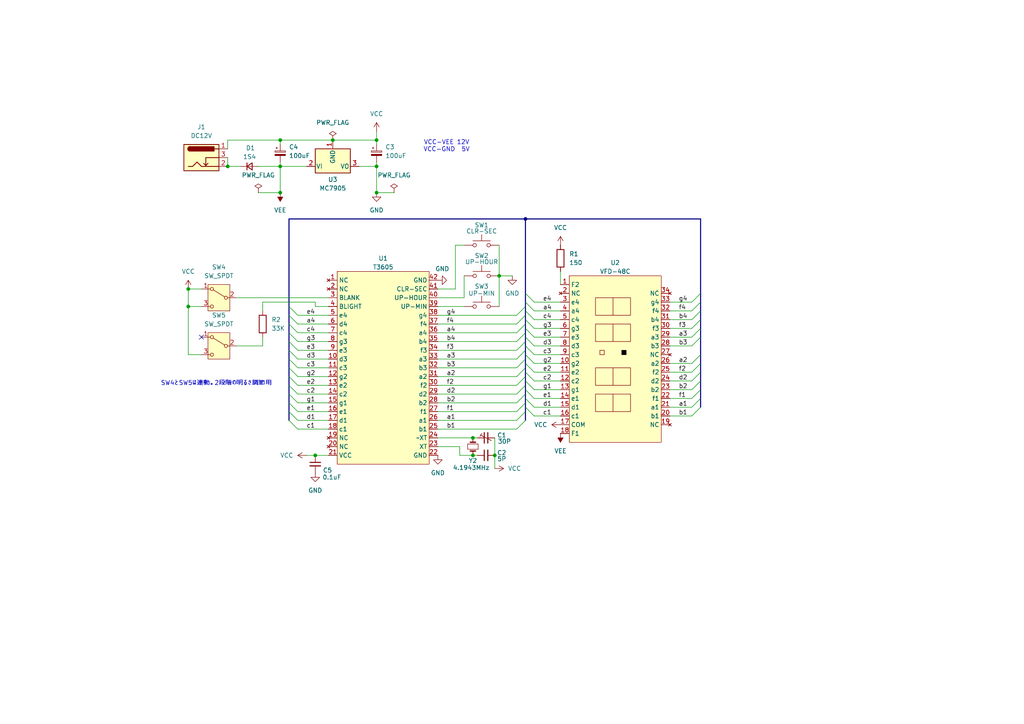
<source format=kicad_sch>
(kicad_sch (version 20231120) (generator "eeschema") (generator_version "8.0")
  (paper "A4")
  (title_block (title "VFD Clock") (date "2025-01-22") (rev "1.1") (company "kanpapa.com"))
  (lib_symbols
    (symbol "ClockLibrary:T3605"
      (property "Reference" "U" (at 0 30.48 0))
      (symbol "T3605_1_0"
        (pin no_connect line (at -15.24 25.4 0) (length 2.54) (name "NC") (number "1"))
        (pin output line (at -15.24 2.54 0) (length 2.54) (name "d3") (number "10"))
        (pin output line (at -15.24 0 0) (length 2.54) (name "c3") (number "11"))
        (pin output line (at -15.24 -2.54 0) (length 2.54) (name "g2") (number "12"))
        (pin output line (at -15.24 -5.08 0) (length 2.54) (name "e2") (number "13"))
        (pin output line (at -15.24 -7.62 0) (length 2.54) (name "c2") (number "14"))
        (pin output line (at -15.24 -10.16 0) (length 2.54) (name "g1") (number "15"))
        (pin output line (at -15.24 -12.7 0) (length 2.54) (name "e1") (number "16"))
        (pin output line (at -15.24 -15.24 0) (length 2.54) (name "d1") (number "17"))
        (pin output line (at -15.24 -17.78 0) (length 2.54) (name "c1") (number "18"))
        (pin no_connect line (at -15.24 -20.32 0) (length 2.54) (name "NC") (number "19"))
        (pin no_connect line (at -15.24 22.86 0) (length 2.54) (name "NC") (number "2"))
        (pin no_connect line (at -15.24 -22.86 0) (length 2.54) (name "NC") (number "20"))
        (pin power_in line (at -15.24 -25.4 0) (length 2.54) (name "VCC") (number "21"))
        (pin power_in line (at 16.51 -25.4 180) (length 2.54) (name "GND") (number "22"))
        (pin passive line (at 16.51 -22.86 180) (length 2.54) (name "XT") (number "23"))
        (pin passive line (at 16.51 -20.32 180) (length 2.54) (name "~XT") (number "24"))
        (pin output line (at 16.51 -17.78 180) (length 2.54) (name "b1") (number "25"))
        (pin output line (at 16.51 -15.24 180) (length 2.54) (name "a1") (number "26"))
        (pin output line (at 16.51 -12.7 180) (length 2.54) (name "f1") (number "27"))
        (pin output line (at 16.51 -10.16 180) (length 2.54) (name "b2") (number "28"))
        (pin output line (at 16.51 -7.62 180) (length 2.54) (name "d2") (number "29"))
        (pin input line (at -15.24 20.32 0) (length 2.54) (name "BLANK") (number "3"))
        (pin output line (at 16.51 -5.08 180) (length 2.54) (name "f2") (number "30"))
        (pin output line (at 16.51 -2.54 180) (length 2.54) (name "a2") (number "31"))
        (pin output line (at 16.51 0 180) (length 2.54) (name "b3") (number "32"))
        (pin output line (at 16.51 2.54 180) (length 2.54) (name "a3") (number "33"))
        (pin output line (at 16.51 5.08 180) (length 2.54) (name "f3") (number "34"))
        (pin output line (at 16.51 7.62 180) (length 2.54) (name "b4") (number "35"))
        (pin output line (at 16.51 10.16 180) (length 2.54) (name "a4") (number "36"))
        (pin output line (at 16.51 12.7 180) (length 2.54) (name "f4") (number "37"))
        (pin output line (at 16.51 15.24 180) (length 2.54) (name "g4") (number "38"))
        (pin input line (at 16.51 17.78 180) (length 2.54) (name "UP-MIN") (number "39"))
        (pin input line (at -15.24 17.78 0) (length 2.54) (name "BLIGHT") (number "4"))
        (pin input line (at 16.51 20.32 180) (length 2.54) (name "UP-HOUR") (number "40"))
        (pin input line (at 16.51 22.86 180) (length 2.54) (name "CLR-SEC") (number "41"))
        (pin power_in line (at 16.51 25.4 180) (length 2.54) (name "GND") (number "42"))
        (pin output line (at -15.24 15.24 0) (length 2.54) (name "e4") (number "5"))
        (pin output line (at -15.24 12.7 0) (length 2.54) (name "d4") (number "6"))
        (pin output line (at -15.24 10.16 0) (length 2.54) (name "c4") (number "7"))
        (pin output line (at -15.24 7.62 0) (length 2.54) (name "g3") (number "8"))
        (pin output line (at -15.24 5.08 0) (length 2.54) (name "e3") (number "9"))
      )
      (symbol "T3605_1_1"
        (rectangle (start -12.7 27.94) (end 13.97 -27.94) (fill (type background)))
      )
    )
    (symbol "ClockLibrary:VFD-48C"
      (property "Reference" "U" (at 0 25.4 0))
      (symbol "VFD-48C_0_0"
        (pin input line (at 16.51 -17.78 180) (length 2.54) (name "b1") (number "20"))
        (pin input line (at 16.51 -15.24 180) (length 2.54) (name "a1") (number "21"))
        (pin input line (at 16.51 -12.7 180) (length 2.54) (name "f1") (number "22"))
        (pin input line (at 16.51 -10.16 180) (length 2.54) (name "b2") (number "23"))
        (pin input line (at 16.51 -7.62 180) (length 2.54) (name "d2") (number "24"))
        (pin input line (at 16.51 -2.54 180) (length 2.54) (name "a2") (number "26"))
      )
      (symbol "VFD-48C_0_1"
        (polyline (pts (xy -3.81 1.27) (xy -2.54 1.27) (xy -2.54 0) (xy -3.81 0) (xy -3.81 1.27)) (fill (type color) (color 0 0 0 1)))
        (polyline (pts (xy 5.08 -11.43) (xy 5.08 -16.51) (xy -5.08 -16.51) (xy -5.08 -11.43) (xy 5.08 -11.43) (xy 0 -11.43) (xy 0 -16.51)))
        (polyline (pts (xy 5.08 -3.81) (xy 5.08 -8.89) (xy -5.08 -8.89) (xy -5.08 -3.81) (xy 5.08 -3.81) (xy 0 -3.81) (xy 0 -8.89)))
        (polyline (pts (xy 5.08 8.89) (xy 5.08 3.81) (xy -5.08 3.81) (xy -5.08 8.89) (xy 5.08 8.89) (xy 0 8.89) (xy 0 3.81)))
        (polyline (pts (xy 5.08 16.51) (xy 5.08 11.43) (xy -5.08 11.43) (xy -5.08 16.51) (xy 5.08 16.51) (xy 0 16.51) (xy 0 11.43)))
      )
      (symbol "VFD-48C_1_0"
        (pin power_in line (at -15.24 20.32 0) (length 2.54) (name "F2") (number "1"))
        (pin input line (at -15.24 -2.54 0) (length 2.54) (name "g2") (number "10"))
        (pin input line (at -15.24 -5.08 0) (length 2.54) (name "e2") (number "11"))
        (pin input line (at -15.24 -7.62 0) (length 2.54) (name "c2") (number "12"))
        (pin input line (at -15.24 -10.16 0) (length 2.54) (name "g1") (number "13"))
        (pin input line (at -15.24 -12.7 0) (length 2.54) (name "e1") (number "14"))
        (pin input line (at -15.24 -15.24 0) (length 2.54) (name "d1") (number "15"))
        (pin input line (at -15.24 -17.78 0) (length 2.54) (name "c1") (number "16"))
        (pin power_in line (at -15.24 -20.32 0) (length 2.54) (name "COM") (number "17"))
        (pin power_in line (at -15.24 -22.86 0) (length 2.54) (name "F1") (number "18"))
        (pin no_connect line (at 16.51 -20.32 180) (length 2.54) (name "NC") (number "19"))
        (pin no_connect line (at -15.24 17.78 0) (length 2.54) (name "NC") (number "2"))
        (pin input line (at 16.51 -5.08 180) (length 2.54) (name "f2") (number "25"))
        (pin no_connect line (at 16.51 0 180) (length 2.54) (name "NC") (number "27"))
        (pin input line (at 16.51 2.54 180) (length 2.54) (name "b3") (number "28"))
        (pin input line (at 16.51 5.08 180) (length 2.54) (name "a3") (number "29"))
        (pin power_in line (at -15.24 15.24 0) (length 2.54) (name "e4") (number "3"))
        (pin input line (at 16.51 7.62 180) (length 2.54) (name "f3") (number "30"))
        (pin input line (at 16.51 10.16 180) (length 2.54) (name "b4") (number "31"))
        (pin input line (at 16.51 12.7 180) (length 2.54) (name "f4") (number "32"))
        (pin input line (at 16.51 15.24 180) (length 2.54) (name "g4") (number "33"))
        (pin no_connect line (at 16.51 17.78 180) (length 2.54) (name "NC") (number "34"))
        (pin input line (at -15.24 12.7 0) (length 2.54) (name "a4") (number "4"))
        (pin input line (at -15.24 10.16 0) (length 2.54) (name "c4") (number "5"))
        (pin input line (at -15.24 7.62 0) (length 2.54) (name "g3") (number "6"))
        (pin input line (at -15.24 5.08 0) (length 2.54) (name "e3") (number "7"))
        (pin input line (at -15.24 2.54 0) (length 2.54) (name "d3") (number "8"))
        (pin input line (at -15.24 0 0) (length 2.54) (name "c3") (number "9"))
      )
      (symbol "VFD-48C_1_1"
        (rectangle (start -12.7 22.86) (end 13.97 -25.4) (fill (type background)))
        (polyline (pts (xy 2.54 1.27) (xy 3.81 1.27) (xy 3.81 0) (xy 2.54 0) (xy 2.54 1.27)) (stroke (width 0) (color 0 0 0 1)) (fill (type color) (color 0 0 0 1)))
      )
    )
    (symbol "Connector:Barrel_Jack_Switch" (pin_names hide)
      (property "Reference" "J" (at 0 5.334 0))
      (property "Value" "Barrel_Jack_Switch" (at 0 -5.08 0))
      (symbol "Barrel_Jack_Switch_0_1"
        (rectangle (start -5.08 3.81) (end 5.08 -3.81) (stroke (width 0.254)) (fill (type background)))
        (arc (start -3.302 3.175) (mid -3.9343 2.54) (end -3.302 1.905) (stroke (width 0.254)))
        (arc (start -3.302 3.175) (mid -3.9343 2.54) (end -3.302 1.905) (stroke (width 0.254)) (fill (type outline)))
        (polyline (pts (xy 1.27 -2.286) (xy 1.905 -1.651)) (stroke (width 0.254)))
        (polyline (pts (xy 5.08 2.54) (xy 3.81 2.54)) (stroke (width 0.254)))
        (polyline (pts (xy 5.08 0) (xy 1.27 0) (xy 1.27 -2.286) (xy 0.635 -1.651)) (stroke (width 0.254)))
        (polyline (pts (xy -3.81 -2.54) (xy -2.54 -2.54) (xy -1.27 -1.27) (xy 0 -2.54) (xy 2.54 -2.54) (xy 5.08 -2.54)) (stroke (width 0.254)))
        (rectangle (start 3.683 3.175) (end -3.302 1.905) (stroke (width 0.254)) (fill (type outline)))
      )
      (symbol "Barrel_Jack_Switch_1_1"
        (pin passive line (at 7.62 2.54 180) (length 2.54) (name "~") (number "1"))
        (pin passive line (at 7.62 -2.54 180) (length 2.54) (name "~") (number "2"))
        (pin passive line (at 7.62 0 180) (length 2.54) (name "~") (number "3"))
      )
    )
    (symbol "Device:C_Polarized_Small" (pin_numbers hide) (pin_names (offset 0.254) hide)
      (property "Reference" "C" (at 0.254 1.778 0))
      (property "Value" "C_Polarized_Small" (at 0.254 -2.032 0))
      (symbol "C_Polarized_Small_0_1"
        (rectangle (start -1.524 -0.3048) (end 1.524 -0.6858) (fill (type outline)))
        (rectangle (start -1.524 0.6858) (end 1.524 0.3048))
        (polyline (pts (xy -1.27 1.524) (xy -0.762 1.524)))
        (polyline (pts (xy -1.016 1.27) (xy -1.016 1.778)))
      )
      (symbol "C_Polarized_Small_1_1"
        (pin passive line (at 0 2.54 270) (length 1.8542) (name "~") (number "1"))
        (pin passive line (at 0 -2.54 90) (length 1.8542) (name "~") (number "2"))
      )
    )
    (symbol "Device:C_Small" (pin_numbers hide) (pin_names (offset 0.254) hide)
      (property "Reference" "C" (at 0.254 1.778 0))
      (property "Value" "C_Small" (at 0.254 -2.032 0))
      (symbol "C_Small_0_1"
        (polyline (pts (xy -1.524 -0.508) (xy 1.524 -0.508)) (stroke (width 0.3302)))
        (polyline (pts (xy -1.524 0.508) (xy 1.524 0.508)) (stroke (width 0.3048)))
      )
      (symbol "C_Small_1_1"
        (pin passive line (at 0 2.54 270) (length 2.032) (name "~") (number "1"))
        (pin passive line (at 0 -2.54 90) (length 2.032) (name "~") (number "2"))
      )
    )
    (symbol "Device:C_Trim_Small" (pin_numbers hide) (pin_names (offset 0.254) hide)
      (property "Reference" "C" (at 1.524 -2.032 0))
      (property "Value" "C_Trim_Small" (at 3.048 -3.556 0))
      (symbol "C_Trim_Small_0_1"
        (polyline (pts (xy -1.524 -0.508) (xy 1.524 -0.508)) (stroke (width 0.3048)))
        (polyline (pts (xy -1.524 0.508) (xy 1.524 0.508)) (stroke (width 0.3048)))
        (polyline (pts (xy 0.762 1.524) (xy -0.762 -1.524)) (stroke (width 0.1778)))
        (polyline (pts (xy 1.27 1.27) (xy 0.381 1.778)) (stroke (width 0.1778)))
      )
      (symbol "C_Trim_Small_1_1"
        (pin passive line (at 0 2.54 270) (length 2.032) (name "~") (number "1"))
        (pin passive line (at 0 -2.54 90) (length 2.032) (name "~") (number "2"))
      )
    )
    (symbol "Device:Crystal_Small" (pin_numbers hide) (pin_names (offset 1.016) hide)
      (property "Reference" "Y" (at 0 2.54 0))
      (property "Value" "Crystal_Small" (at 0 -2.54 0))
      (symbol "Crystal_Small_0_1"
        (rectangle (start -0.762 -1.524) (end 0.762 1.524))
        (polyline (pts (xy -1.27 -0.762) (xy -1.27 0.762)) (stroke (width 0.381)))
        (polyline (pts (xy 1.27 -0.762) (xy 1.27 0.762)) (stroke (width 0.381)))
      )
      (symbol "Crystal_Small_1_1"
        (pin passive line (at -2.54 0 0) (length 1.27) (name "1") (number "1"))
        (pin passive line (at 2.54 0 180) (length 1.27) (name "2") (number "2"))
      )
    )
    (symbol "Device:D_Small" (pin_numbers hide) (pin_names (offset 0.254) hide)
      (property "Reference" "D" (at -1.27 2.032 0))
      (property "Value" "D_Small" (at -3.81 -2.032 0))
      (symbol "D_Small_0_1"
        (polyline (pts (xy -0.762 -1.016) (xy -0.762 1.016)) (stroke (width 0.254)))
        (polyline (pts (xy -0.762 0) (xy 0.762 0)))
        (polyline (pts (xy 0.762 -1.016) (xy -0.762 0) (xy 0.762 1.016) (xy 0.762 -1.016)) (stroke (width 0.254)))
      )
      (symbol "D_Small_1_1"
        (pin passive line (at -2.54 0 0) (length 1.778) (name "K") (number "1"))
        (pin passive line (at 2.54 0 180) (length 1.778) (name "A") (number "2"))
      )
    )
    (symbol "Device:R" (pin_numbers hide) (pin_names (offset 0))
      (property "Reference" "R" (at 2.032 0 90))
      (property "Value" "R" (at 0 0 90))
      (symbol "R_0_1"
        (rectangle (start -1.016 -2.54) (end 1.016 2.54) (stroke (width 0.254)))
      )
      (symbol "R_1_1"
        (pin passive line (at 0 3.81 270) (length 1.27) (name "~") (number "1"))
        (pin passive line (at 0 -3.81 90) (length 1.27) (name "~") (number "2"))
      )
    )
    (symbol "Regulator_Linear:MC7905" (pin_names (offset 0.254))
      (property "Reference" "U" (at -3.81 -3.175 0))
      (property "Value" "MC7905" (at 0 -3.175 0))
      (symbol "MC7905_0_1"
        (rectangle (start -5.08 5.08) (end 5.08 -1.905) (stroke (width 0.254)) (fill (type background)))
      )
      (symbol "MC7905_1_1"
        (pin power_in line (at 0 7.62 270) (length 2.54) (name "GND") (number "1"))
        (pin power_in line (at -7.62 0 0) (length 2.54) (name "VI") (number "2"))
        (pin power_out line (at 7.62 0 180) (length 2.54) (name "VO") (number "3"))
      )
    )
    (symbol "Switch:SW_Push" (pin_numbers hide) (pin_names (offset 1.016) hide)
      (property "Reference" "SW" (at 1.27 2.54 0))
      (property "Value" "SW_Push" (at 0 -1.524 0))
      (symbol "SW_Push_0_1"
        (circle (center -2.032 0) (radius 0.508))
        (polyline (pts (xy 0 1.27) (xy 0 3.048)))
        (polyline (pts (xy 2.54 1.27) (xy -2.54 1.27)))
        (circle (center 2.032 0) (radius 0.508))
        (pin passive line (at -5.08 0 0) (length 2.54) (name "1") (number "1"))
        (pin passive line (at 5.08 0 180) (length 2.54) (name "2") (number "2"))
      )
    )
    (symbol "Switch:SW_SPDT" (pin_names (offset 0) hide)
      (property "Reference" "SW" (at 0 5.08 0))
      (property "Value" "SW_SPDT" (at 0 -5.08 0))
      (symbol "SW_SPDT_0_1"
        (circle (center -2.032 0) (radius 0.4572))
        (polyline (pts (xy -1.651 0.254) (xy 1.651 2.286)))
        (circle (center 2.032 -2.54) (radius 0.4572))
        (circle (center 2.032 2.54) (radius 0.4572))
      )
      (symbol "SW_SPDT_1_1"
        (rectangle (start -3.175 3.81) (end 3.175 -3.81) (fill (type background)))
        (pin passive line (at 5.08 2.54 180) (length 2.54) (name "A") (number "1"))
        (pin passive line (at -5.08 0 0) (length 2.54) (name "B") (number "2"))
        (pin passive line (at 5.08 -2.54 180) (length 2.54) (name "C") (number "3"))
      )
    )
    (symbol "power:GND" (power) (pin_numbers hide) (pin_names (offset 0) hide)
      (property "Value" "GND" (at 0 -3.81 0))
      (symbol "GND_0_1"
        (polyline (pts (xy 0 0) (xy 0 -1.27) (xy 1.27 -1.27) (xy 0 -2.54) (xy -1.27 -1.27) (xy 0 -1.27)))
      )
      (symbol "GND_1_1"
        (pin power_in line (at 0 0 270) (length 0) (name "~") (number "1"))
      )
    )
    (symbol "power:PWR_FLAG" (power) (pin_numbers hide) (pin_names (offset 0) hide)
      (property "Value" "PWR_FLAG" (at 0 3.81 0))
      (symbol "PWR_FLAG_0_0"
        (pin power_out line (at 0 0 90) (length 0) (name "~") (number "1"))
      )
      (symbol "PWR_FLAG_0_1"
        (polyline (pts (xy 0 0) (xy 0 1.27) (xy -1.016 1.905) (xy 0 2.54) (xy 1.016 1.905) (xy 0 1.27)))
      )
    )
    (symbol "power:VCC" (power) (pin_numbers hide) (pin_names (offset 0) hide)
      (property "Value" "VCC" (at 0 3.556 0))
      (symbol "VCC_0_1"
        (polyline (pts (xy -0.762 1.27) (xy 0 2.54)))
        (polyline (pts (xy 0 0) (xy 0 2.54)))
        (polyline (pts (xy 0 2.54) (xy 0.762 1.27)))
      )
      (symbol "VCC_1_1"
        (pin power_in line (at 0 0 90) (length 0) (name "~") (number "1"))
      )
    )
    (symbol "power:VEE" (power) (pin_numbers hide) (pin_names (offset 0) hide)
      (property "Value" "VEE" (at 0 3.556 0))
      (symbol "VEE_0_1"
        (polyline (pts (xy 0 0) (xy 0 2.54)))
        (polyline (pts (xy 0.762 1.27) (xy -0.762 1.27) (xy 0 2.54) (xy 0.762 1.27)) (fill (type outline)))
      )
      (symbol "VEE_1_1"
        (pin power_in line (at 0 0 90) (length 0) (name "~") (number "1"))
      )
    )
  )
  (junction (at 81.28 48.26))
  (junction (at 109.22 40.64))
  (junction (at 144.78 80.01))
  (junction (at 91.44 132.08))
  (junction (at 152.4 63.5))
  (junction (at 54.61 83.82))
  (junction (at 137.16 132.08))
  (junction (at 96.52 40.64))
  (junction (at 81.28 55.88))
  (junction (at 143.51 132.08))
  (junction (at 54.61 88.9))
  (junction (at 109.22 48.26))
  (junction (at 137.16 127))
  (junction (at 66.04 48.26))
  (junction (at 81.28 40.64))
  (junction (at 109.22 55.88))
  (no_connect (at 58.42 97.79))
  (bus_entry (at 83.82 93.98) (size 2.54 2.54))
  (bus_entry (at 83.82 119.38) (size 2.54 2.54))
  (bus_entry (at 83.82 106.68) (size 2.54 2.54))
  (bus_entry (at 200.66 120.65) (size 2.54 -2.54))
  (bus_entry (at 154.94 97.79) (size -2.54 -2.54))
  (bus_entry (at 200.66 100.33) (size 2.54 -2.54))
  (bus_entry (at 149.86 104.14) (size 2.54 -2.54))
  (bus_entry (at 200.66 87.63) (size 2.54 -2.54))
  (bus_entry (at 149.86 99.06) (size 2.54 -2.54))
  (bus_entry (at 83.82 121.92) (size 2.54 2.54))
  (bus_entry (at 149.86 121.92) (size 2.54 -2.54))
  (bus_entry (at 200.66 107.95) (size 2.54 -2.54))
  (bus_entry (at 154.94 115.57) (size -2.54 -2.54))
  (bus_entry (at 149.86 124.46) (size 2.54 -2.54))
  (bus_entry (at 149.86 109.22) (size 2.54 -2.54))
  (bus_entry (at 83.82 111.76) (size 2.54 2.54))
  (bus_entry (at 200.66 97.79) (size 2.54 -2.54))
  (bus_entry (at 154.94 92.71) (size -2.54 -2.54))
  (bus_entry (at 83.82 114.3) (size 2.54 2.54))
  (bus_entry (at 154.94 87.63) (size -2.54 -2.54))
  (bus_entry (at 200.66 92.71) (size 2.54 -2.54))
  (bus_entry (at 149.86 91.44) (size 2.54 -2.54))
  (bus_entry (at 154.94 120.65) (size -2.54 -2.54))
  (bus_entry (at 154.94 102.87) (size -2.54 -2.54))
  (bus_entry (at 200.66 90.17) (size 2.54 -2.54))
  (bus_entry (at 154.94 100.33) (size -2.54 -2.54))
  (bus_entry (at 149.86 111.76) (size 2.54 -2.54))
  (bus_entry (at 83.82 116.84) (size 2.54 2.54))
  (bus_entry (at 154.94 105.41) (size -2.54 -2.54))
  (bus_entry (at 154.94 90.17) (size -2.54 -2.54))
  (bus_entry (at 200.66 110.49) (size 2.54 -2.54))
  (bus_entry (at 83.82 99.06) (size 2.54 2.54))
  (bus_entry (at 83.82 109.22) (size 2.54 2.54))
  (bus_entry (at 149.86 93.98) (size 2.54 -2.54))
  (bus_entry (at 149.86 114.3) (size 2.54 -2.54))
  (bus_entry (at 149.86 106.68) (size 2.54 -2.54))
  (bus_entry (at 149.86 116.84) (size 2.54 -2.54))
  (bus_entry (at 83.82 101.6) (size 2.54 2.54))
  (bus_entry (at 200.66 113.03) (size 2.54 -2.54))
  (bus_entry (at 154.94 113.03) (size -2.54 -2.54))
  (bus_entry (at 149.86 119.38) (size 2.54 -2.54))
  (bus_entry (at 200.66 118.11) (size 2.54 -2.54))
  (bus_entry (at 83.82 91.44) (size 2.54 2.54))
  (bus_entry (at 154.94 107.95) (size -2.54 -2.54))
  (bus_entry (at 200.66 105.41) (size 2.54 -2.54))
  (bus_entry (at 154.94 95.25) (size -2.54 -2.54))
  (bus_entry (at 154.94 118.11) (size -2.54 -2.54))
  (bus_entry (at 200.66 95.25) (size 2.54 -2.54))
  (bus_entry (at 83.82 104.14) (size 2.54 2.54))
  (bus_entry (at 149.86 96.52) (size 2.54 -2.54))
  (bus_entry (at 154.94 110.49) (size -2.54 -2.54))
  (bus_entry (at 83.82 96.52) (size 2.54 2.54))
  (bus_entry (at 149.86 101.6) (size 2.54 -2.54))
  (bus_entry (at 200.66 115.57) (size 2.54 -2.54))
  (bus_entry (at 83.82 88.9) (size 2.54 2.54))
  (bus (pts (xy 152.4 109.22) (xy 152.4 110.49)))
  (wire (pts (xy 81.28 48.26) (xy 88.9 48.26)))
  (wire (pts (xy 54.61 83.82) (xy 58.42 83.82)))
  (bus (pts (xy 83.82 101.6) (xy 83.82 99.06)))
  (wire (pts (xy 133.35 132.08) (xy 137.16 132.08)))
  (wire (pts (xy 86.36 96.52) (xy 95.25 96.52)))
  (wire (pts (xy 104.14 48.26) (xy 109.22 48.26)))
  (wire (pts (xy 86.36 114.3) (xy 95.25 114.3)))
  (bus (pts (xy 152.4 110.49) (xy 152.4 111.76)))
  (wire (pts (xy 143.51 127) (xy 143.51 132.08)))
  (wire (pts (xy 96.52 40.64) (xy 81.28 40.64)))
  (bus (pts (xy 83.82 116.84) (xy 83.82 114.3)))
  (wire (pts (xy 143.51 132.08) (xy 143.51 135.89)))
  (wire (pts (xy 194.31 100.33) (xy 200.66 100.33)))
  (bus (pts (xy 152.4 107.95) (xy 152.4 109.22)))
  (wire (pts (xy 132.08 71.12) (xy 132.08 83.82)))
  (wire (pts (xy 127 114.3) (xy 149.86 114.3)))
  (wire (pts (xy 81.28 40.64) (xy 66.04 40.64)))
  (bus (pts (xy 203.2 90.17) (xy 203.2 92.71)))
  (bus (pts (xy 203.2 107.95) (xy 203.2 110.49)))
  (bus (pts (xy 152.4 93.98) (xy 152.4 95.25)))
  (wire (pts (xy 154.94 92.71) (xy 162.56 92.71)))
  (wire (pts (xy 144.78 71.12) (xy 144.78 80.01)))
  (bus (pts (xy 152.4 85.09) (xy 152.4 87.63)))
  (bus (pts (xy 152.4 106.68) (xy 152.4 107.95)))
  (bus (pts (xy 152.4 102.87) (xy 152.4 104.14)))
  (wire (pts (xy 127 88.9) (xy 134.62 88.9)))
  (wire (pts (xy 154.94 115.57) (xy 162.56 115.57)))
  (wire (pts (xy 154.94 110.49) (xy 162.56 110.49)))
  (wire (pts (xy 154.94 113.03) (xy 162.56 113.03)))
  (wire (pts (xy 66.04 40.64) (xy 66.04 43.18)))
  (wire (pts (xy 162.56 78.74) (xy 162.56 82.55)))
  (wire (pts (xy 137.16 132.08) (xy 138.43 132.08)))
  (bus (pts (xy 152.4 113.03) (xy 152.4 114.3)))
  (bus (pts (xy 203.2 115.57) (xy 203.2 118.11)))
  (wire (pts (xy 127 106.68) (xy 149.86 106.68)))
  (bus (pts (xy 83.82 106.68) (xy 83.82 104.14)))
  (bus (pts (xy 83.82 121.92) (xy 83.82 119.38)))
  (wire (pts (xy 194.31 107.95) (xy 200.66 107.95)))
  (wire (pts (xy 127 119.38) (xy 149.86 119.38)))
  (wire (pts (xy 194.31 115.57) (xy 200.66 115.57)))
  (wire (pts (xy 54.61 88.9) (xy 54.61 102.87)))
  (bus (pts (xy 152.4 92.71) (xy 152.4 93.98)))
  (bus (pts (xy 152.4 99.06) (xy 152.4 100.33)))
  (bus (pts (xy 203.2 105.41) (xy 203.2 107.95)))
  (wire (pts (xy 154.94 95.25) (xy 162.56 95.25)))
  (bus (pts (xy 83.82 88.9) (xy 83.82 91.44)))
  (bus (pts (xy 83.82 119.38) (xy 83.82 116.84)))
  (wire (pts (xy 154.94 107.95) (xy 162.56 107.95)))
  (wire (pts (xy 76.2 87.63) (xy 91.44 87.63)))
  (wire (pts (xy 127 96.52) (xy 149.86 96.52)))
  (wire (pts (xy 194.31 120.65) (xy 200.66 120.65)))
  (wire (pts (xy 127 121.92) (xy 149.86 121.92)))
  (bus (pts (xy 152.4 105.41) (xy 152.4 106.68)))
  (wire (pts (xy 109.22 38.1) (xy 109.22 40.64)))
  (bus (pts (xy 83.82 93.98) (xy 83.82 91.44)))
  (bus (pts (xy 203.2 63.5) (xy 203.2 85.09)))
  (wire (pts (xy 127 104.14) (xy 149.86 104.14)))
  (bus (pts (xy 203.2 92.71) (xy 203.2 95.25)))
  (wire (pts (xy 127 101.6) (xy 149.86 101.6)))
  (bus (pts (xy 152.4 95.25) (xy 152.4 96.52)))
  (bus (pts (xy 203.2 95.25) (xy 203.2 97.79)))
  (wire (pts (xy 86.36 121.92) (xy 95.25 121.92)))
  (wire (pts (xy 137.16 127) (xy 138.43 127)))
  (bus (pts (xy 83.82 114.3) (xy 83.82 111.76)))
  (wire (pts (xy 127 127) (xy 137.16 127)))
  (wire (pts (xy 133.35 129.54) (xy 133.35 132.08)))
  (wire (pts (xy 194.31 95.25) (xy 200.66 95.25)))
  (wire (pts (xy 81.28 46.99) (xy 81.28 48.26)))
  (wire (pts (xy 68.58 86.36) (xy 95.25 86.36)))
  (wire (pts (xy 66.04 48.26) (xy 69.85 48.26)))
  (bus (pts (xy 152.4 101.6) (xy 152.4 102.87)))
  (bus (pts (xy 203.2 110.49) (xy 203.2 113.03)))
  (wire (pts (xy 86.36 93.98) (xy 95.25 93.98)))
  (bus (pts (xy 152.4 91.44) (xy 152.4 92.71)))
  (wire (pts (xy 109.22 46.99) (xy 109.22 48.26)))
  (wire (pts (xy 154.94 120.65) (xy 162.56 120.65)))
  (wire (pts (xy 194.31 92.71) (xy 200.66 92.71)))
  (wire (pts (xy 91.44 88.9) (xy 95.25 88.9)))
  (wire (pts (xy 194.31 97.79) (xy 200.66 97.79)))
  (wire (pts (xy 86.36 99.06) (xy 95.25 99.06)))
  (bus (pts (xy 203.2 97.79) (xy 203.2 102.87)))
  (wire (pts (xy 86.36 101.6) (xy 95.25 101.6)))
  (wire (pts (xy 91.44 132.08) (xy 95.25 132.08)))
  (bus (pts (xy 83.82 104.14) (xy 83.82 101.6)))
  (wire (pts (xy 127 109.22) (xy 149.86 109.22)))
  (wire (pts (xy 66.04 45.72) (xy 66.04 48.26)))
  (bus (pts (xy 83.82 109.22) (xy 83.82 106.68)))
  (wire (pts (xy 86.36 116.84) (xy 95.25 116.84)))
  (wire (pts (xy 54.61 102.87) (xy 58.42 102.87)))
  (wire (pts (xy 154.94 118.11) (xy 162.56 118.11)))
  (wire (pts (xy 154.94 105.41) (xy 162.56 105.41)))
  (bus (pts (xy 83.82 96.52) (xy 83.82 93.98)))
  (bus (pts (xy 152.4 116.84) (xy 152.4 118.11)))
  (bus (pts (xy 152.4 63.5) (xy 203.2 63.5)))
  (wire (pts (xy 127 93.98) (xy 149.86 93.98)))
  (wire (pts (xy 86.36 124.46) (xy 95.25 124.46)))
  (wire (pts (xy 154.94 97.79) (xy 162.56 97.79)))
  (wire (pts (xy 127 99.06) (xy 149.86 99.06)))
  (bus (pts (xy 152.4 97.79) (xy 152.4 99.06)))
  (wire (pts (xy 194.31 118.11) (xy 200.66 118.11)))
  (wire (pts (xy 81.28 40.64) (xy 81.28 41.91)))
  (wire (pts (xy 127 86.36) (xy 134.62 86.36)))
  (bus (pts (xy 203.2 85.09) (xy 203.2 87.63)))
  (bus (pts (xy 152.4 119.38) (xy 152.4 121.92)))
  (bus (pts (xy 203.2 102.87) (xy 203.2 105.41)))
  (wire (pts (xy 86.36 104.14) (xy 95.25 104.14)))
  (wire (pts (xy 154.94 87.63) (xy 162.56 87.63)))
  (wire (pts (xy 134.62 86.36) (xy 134.62 80.01)))
  (bus (pts (xy 152.4 100.33) (xy 152.4 101.6)))
  (wire (pts (xy 109.22 55.88) (xy 109.22 48.26)))
  (wire (pts (xy 194.31 105.41) (xy 200.66 105.41)))
  (bus (pts (xy 83.82 99.06) (xy 83.82 96.52)))
  (wire (pts (xy 54.61 88.9) (xy 58.42 88.9)))
  (wire (pts (xy 134.62 71.12) (xy 132.08 71.12)))
  (wire (pts (xy 194.31 87.63) (xy 200.66 87.63)))
  (bus (pts (xy 152.4 63.5) (xy 152.4 85.09)))
  (wire (pts (xy 132.08 83.82) (xy 127 83.82)))
  (bus (pts (xy 152.4 96.52) (xy 152.4 97.79)))
  (bus (pts (xy 83.82 63.5) (xy 152.4 63.5)))
  (wire (pts (xy 96.52 40.64) (xy 109.22 40.64)))
  (wire (pts (xy 127 91.44) (xy 149.86 91.44)))
  (bus (pts (xy 152.4 104.14) (xy 152.4 105.41)))
  (wire (pts (xy 144.78 80.01) (xy 144.78 88.9)))
  (wire (pts (xy 154.94 90.17) (xy 162.56 90.17)))
  (wire (pts (xy 76.2 100.33) (xy 68.58 100.33)))
  (wire (pts (xy 194.31 90.17) (xy 200.66 90.17)))
  (bus (pts (xy 152.4 114.3) (xy 152.4 115.57)))
  (wire (pts (xy 86.36 111.76) (xy 95.25 111.76)))
  (wire (pts (xy 86.36 91.44) (xy 95.25 91.44)))
  (wire (pts (xy 86.36 106.68) (xy 95.25 106.68)))
  (wire (pts (xy 81.28 55.88) (xy 81.28 48.26)))
  (wire (pts (xy 76.2 87.63) (xy 76.2 90.17)))
  (wire (pts (xy 127 111.76) (xy 149.86 111.76)))
  (wire (pts (xy 88.9 132.08) (xy 91.44 132.08)))
  (bus (pts (xy 83.82 111.76) (xy 83.82 109.22)))
  (wire (pts (xy 109.22 55.88) (xy 114.3 55.88)))
  (bus (pts (xy 152.4 87.63) (xy 152.4 88.9)))
  (wire (pts (xy 91.44 87.63) (xy 91.44 88.9)))
  (wire (pts (xy 154.94 102.87) (xy 162.56 102.87)))
  (bus (pts (xy 203.2 87.63) (xy 203.2 90.17)))
  (bus (pts (xy 152.4 111.76) (xy 152.4 113.03)))
  (wire (pts (xy 86.36 119.38) (xy 95.25 119.38)))
  (wire (pts (xy 86.36 109.22) (xy 95.25 109.22)))
  (wire (pts (xy 194.31 113.03) (xy 200.66 113.03)))
  (bus (pts (xy 203.2 113.03) (xy 203.2 115.57)))
  (wire (pts (xy 127 124.46) (xy 149.86 124.46)))
  (wire (pts (xy 127 129.54) (xy 133.35 129.54)))
  (wire (pts (xy 76.2 97.79) (xy 76.2 100.33)))
  (wire (pts (xy 127 116.84) (xy 149.86 116.84)))
  (bus (pts (xy 152.4 90.17) (xy 152.4 91.44)))
  (wire (pts (xy 194.31 110.49) (xy 200.66 110.49)))
  (wire (pts (xy 154.94 100.33) (xy 162.56 100.33)))
  (wire (pts (xy 74.93 48.26) (xy 81.28 48.26)))
  (wire (pts (xy 144.78 80.01) (xy 148.59 80.01)))
  (wire (pts (xy 109.22 40.64) (xy 109.22 41.91)))
  (bus (pts (xy 152.4 88.9) (xy 152.4 90.17)))
  (wire (pts (xy 54.61 83.82) (xy 54.61 88.9)))
  (wire (pts (xy 74.93 55.88) (xy 81.28 55.88)))
  (bus (pts (xy 83.82 63.5) (xy 83.82 88.9)))
  (bus (pts (xy 152.4 118.11) (xy 152.4 119.38)))
  (bus (pts (xy 152.4 115.57) (xy 152.4 116.84)))
  (text "VCC-VEE 12V\nVCC-GND  5V" (at 129.54 42.418 0) (effects (font (size 1.27 1.27))))
  (text "SW4とSW5は連動。２段階の明るさ調節用" (at 62.738 111.252 0) (effects (font (size 1.27 1.27))))
  (label "d3" (at 157.48 100.33 0))
  (label "a4" (at 129.54 96.52 0))
  (label "a1" (at 196.85 118.11 0))
  (label "f1" (at 196.85 115.57 0))
  (label "f2" (at 196.85 107.95 0))
  (label "g3" (at 88.9 99.06 0))
  (label "f3" (at 129.54 101.6 0))
  (label "b1" (at 196.85 120.65 0))
  (label "b1" (at 129.54 124.46 0))
  (label "e3" (at 88.9 101.6 0))
  (label "c1" (at 88.9 124.46 0))
  (label "f2" (at 129.54 111.76 0))
  (label "f3" (at 196.85 95.25 0))
  (label "d2" (at 129.54 114.3 0))
  (label "a2" (at 196.85 105.41 0))
  (label "b2" (at 129.54 116.84 0))
  (label "a3" (at 196.85 97.79 0))
  (label "c3" (at 88.9 106.68 0))
  (label "c2" (at 157.48 110.49 0))
  (label "c2" (at 88.9 114.3 0))
  (label "g4" (at 196.85 87.63 0))
  (label "e3" (at 157.48 97.79 0))
  (label "f4" (at 129.54 93.98 0))
  (label "a1" (at 129.54 121.92 0))
  (label "g2" (at 157.48 105.41 0))
  (label "f1" (at 129.54 119.38 0))
  (label "c3" (at 157.48 102.87 0))
  (label "e4" (at 157.48 87.63 0))
  (label "a4" (at 157.48 90.17 0))
  (label "a2" (at 129.54 109.22 0))
  (label "f4" (at 196.85 90.17 0))
  (label "e1" (at 88.9 119.38 0))
  (label "e2" (at 157.48 107.95 0))
  (label "d3" (at 88.9 104.14 0))
  (label "g3" (at 157.48 95.25 0))
  (label "a3" (at 129.54 104.14 0))
  (label "g4" (at 129.54 91.44 0))
  (label "g1" (at 88.9 116.84 0))
  (label "b2" (at 196.85 113.03 0))
  (label "b3" (at 129.54 106.68 0))
  (label "d2" (at 196.85 110.49 0))
  (label "e4" (at 88.9 91.44 0))
  (label "d1" (at 88.9 121.92 0))
  (label "g2" (at 88.9 109.22 0))
  (label "e1" (at 157.48 115.57 0))
  (label "e2" (at 88.9 111.76 0))
  (label "c1" (at 157.48 120.65 0))
  (label "c4" (at 157.48 92.71 0))
  (label "a4" (at 88.9 93.98 0))
  (label "g1" (at 157.48 113.03 0))
  (label "b4" (at 129.54 99.06 0))
  (label "b4" (at 196.85 92.71 0))
  (label "b3" (at 196.85 100.33 0))
  (label "c4" (at 88.9 96.52 0))
  (label "d1" (at 157.48 118.11 0))
  (symbol (lib_id "power:VEE") (at 162.56 125.73 0) (mirror x) (unit 1)
    (property "Reference" "#PWR03" (effects (hide yes)))
    (property "Value" "VEE" (at 162.56 130.81 0))
    (property "Description" "Power symbol creates a global label with name \"VEE\"" (effects (hide yes)))
  )
  (symbol (lib_id "power:VCC") (at 162.56 123.19 90) (unit 1)
    (property "Reference" "#PWR04" (effects (hide yes)))
    (property "Value" "VCC" (at 158.75 123.1899 90) (effects (justify left)))
    (property "Description" "Power symbol creates a global label with name \"VCC\"" (effects (hide yes)))
  )
  (symbol (lib_id "power:GND") (at 91.44 137.16 0) (unit 1)
    (property "Reference" "#PWR013" (effects (hide yes)))
    (property "Value" "GND" (at 91.44 142.24 0))
    (property "Description" "Power symbol creates a global label with name \"GND\" , ground" (effects (hide yes)))
  )
  (symbol (lib_id "Switch:SW_Push") (at 139.7 88.9 0) (unit 1)
    (property "Reference" "SW3" (at 139.7 83.058 0))
    (property "Value" "UP-MIN" (at 139.7 85.09 0))
    (property "Footprint" "Button_Switch_THT:SW_PUSH_6mm" (effects (hide yes)))
    (property "Description" "Push button switch, generic, two pins" (effects (hide yes)))
  )
  (symbol (lib_id "power:VCC") (at 143.51 135.89 270) (unit 1)
    (property "Reference" "#PWR01" (effects (hide yes)))
    (property "Value" "VCC" (at 147.32 135.8899 90) (effects (justify left)))
    (property "Description" "Power symbol creates a global label with name \"VCC\"" (effects (hide yes)))
  )
  (symbol (lib_id "power:GND") (at 148.59 80.01 0) (unit 1)
    (property "Reference" "#PWR07" (effects (hide yes)))
    (property "Value" "GND" (at 148.59 85.09 0))
    (property "Description" "Power symbol creates a global label with name \"GND\" , ground" (effects (hide yes)))
  )
  (symbol (lib_id "power:GND") (at 127 132.08 0) (unit 1)
    (property "Reference" "#PWR02" (effects (hide yes)))
    (property "Value" "GND" (at 127 137.16 0))
    (property "Description" "Power symbol creates a global label with name \"GND\" , ground" (effects (hide yes)))
  )
  (symbol (lib_id "power:VCC") (at 88.9 132.08 90) (unit 1)
    (property "Reference" "#PWR09" (effects (hide yes)))
    (property "Value" "VCC" (at 85.09 132.0799 90) (effects (justify left)))
    (property "Description" "Power symbol creates a global label with name \"VCC\"" (effects (hide yes)))
  )
  (symbol (lib_id "power:VCC") (at 109.22 38.1 0) (unit 1)
    (property "Reference" "#PWR011" (effects (hide yes)))
    (property "Value" "VCC" (at 109.22 33.02 0))
    (property "Description" "Power symbol creates a global label with name \"VCC\"" (effects (hide yes)))
  )
  (symbol (lib_id "Device:C_Small") (at 140.97 132.08 90) (unit 1)
    (property "Reference" "C2" (at 145.542 131.318 90))
    (property "Value" "5P" (at 145.542 133.096 90))
    (property "Footprint" "Capacitor_THT:C_Disc_D4.7mm_W2.5mm_P5.00mm" (effects (hide yes)))
    (property "Description" "Unpolarized capacitor, small symbol" (effects (hide yes)))
  )
  (symbol (lib_id "power:PWR_FLAG") (at 114.3 55.88 0) (unit 1)
    (property "Reference" "#FLG03" (effects (hide yes)))
    (property "Value" "PWR_FLAG" (at 114.3 50.8 0))
    (property "Description" "Special symbol for telling ERC where power comes from" (effects (hide yes)))
  )
  (symbol (lib_id "Device:R") (at 162.56 74.93 0) (unit 1)
    (property "Reference" "R1" (at 165.1 73.6599 0) (effects (justify left)))
    (property "Value" "150" (at 165.1 76.1999 0) (effects (justify left)))
    (property "Footprint" "Resistor_THT:R_Axial_DIN0411_L9.9mm_D3.6mm_P12.70mm_Horizontal" (effects (hide yes)))
    (property "Description" "Resistor" (effects (hide yes)))
  )
  (symbol (lib_id "Switch:SW_Push") (at 139.7 80.01 0) (unit 1)
    (property "Reference" "SW2" (at 139.7 74.168 0))
    (property "Value" "UP-HOUR" (at 139.7 75.946 0))
    (property "Footprint" "Button_Switch_THT:SW_PUSH_6mm" (effects (hide yes)))
    (property "Description" "Push button switch, generic, two pins" (effects (hide yes)))
  )
  (symbol (lib_id "Device:D_Small") (at 72.39 48.26 0) (unit 1)
    (property "Reference" "D1" (at 72.644 42.926 0))
    (property "Value" "1S4" (at 72.39 45.466 0))
    (property "Footprint" "Diode_THT:D_A-405_P7.62mm_Horizontal" (effects (hide yes)))
    (property "Description" "Diode, small symbol" (effects (hide yes)))
    (property "Sim.Device" "D" (effects (hide yes)))
    (property "Sim.Pins" "1=K 2=A" (effects (hide yes)))
  )
  (symbol (lib_id "Regulator_Linear:MC7905") (at 96.52 48.26 0) (unit 1)
    (property "Reference" "U3" (at 96.52 52.07 0))
    (property "Value" "MC7905" (at 96.52 54.61 0))
    (property "Footprint" "Package_TO_SOT_THT:TO-220F-3_Vertical" (effects (hide yes)))
    (property "Datasheet" "http://www.onsemi.com/pub/Collateral/MC7900-D.PDF" (effects (hide yes)))
    (property "Description" "Negative 1A 35V Linear Regulator, Fixed Output -5V, TO-220/TO-263" (effects (hide yes)))
  )
  (symbol (lib_id "power:PWR_FLAG") (at 74.93 55.88 0) (unit 1)
    (property "Reference" "#FLG02" (effects (hide yes)))
    (property "Value" "PWR_FLAG" (at 74.93 50.8 0))
    (property "Description" "Special symbol for telling ERC where power comes from" (effects (hide yes)))
  )
  (symbol (lib_id "Device:C_Trim_Small") (at 140.97 127 90) (unit 1)
    (property "Reference" "C1" (at 145.542 126.238 90))
    (property "Value" "30P" (at 146.304 128.016 90))
    (property "Footprint" "vfdclock:C_Trim_D6.0mm_H5.0mm_P5.0mm" (effects (hide yes)))
    (property "Description" "Trimmable capacitor, small symbol" (effects (hide yes)))
  )
  (symbol (lib_id "power:VCC") (at 54.61 83.82 0) (unit 1)
    (property "Reference" "#PWR014" (effects (hide yes)))
    (property "Value" "VCC" (at 54.61 78.74 0))
    (property "Description" "Power symbol creates a global label with name \"VCC\"" (effects (hide yes)))
  )
  (symbol (lib_id "Device:C_Small") (at 91.44 134.62 0) (unit 1)
    (property "Reference" "C5" (at 94.996 136.398 0))
    (property "Value" "0.1uF" (at 96.266 138.43 0))
    (property "Footprint" "Capacitor_THT:C_Disc_D3.0mm_W2.0mm_P2.50mm" (effects (hide yes)))
    (property "Description" "Unpolarized capacitor, small symbol" (effects (hide yes)))
  )
  (symbol (lib_id "power:GND") (at 127 81.28 90) (unit 1)
    (property "Reference" "#PWR06" (effects (hide yes)))
    (property "Value" "GND" (at 126.238 77.978 90) (effects (justify right)))
    (property "Description" "Power symbol creates a global label with name \"GND\" , ground" (effects (hide yes)))
  )
  (symbol (lib_id "ClockLibrary:T3605") (at 110.49 106.68 0) (unit 1)
    (property "Reference" "U1" (at 111.125 74.93 0))
    (property "Value" "T3605" (at 111.125 77.47 0))
    (property "Footprint" "Package_DIP:DIP-42_W15.24mm_LongPads" (effects (hide yes)))
  )
  (symbol (lib_id "Switch:SW_Push") (at 139.7 71.12 0) (unit 1)
    (property "Reference" "SW1" (at 139.7 65.278 0))
    (property "Value" "CLR-SEC" (at 139.7 67.056 0))
    (property "Footprint" "Button_Switch_THT:SW_PUSH_6mm" (effects (hide yes)))
    (property "Description" "Push button switch, generic, two pins" (effects (hide yes)))
  )
  (symbol (lib_id "Connector:Barrel_Jack_Switch") (at 58.42 45.72 0) (unit 1)
    (property "Reference" "J1" (at 58.42 36.83 0))
    (property "Value" "DC12V" (at 58.42 39.37 0))
    (property "Footprint" "Connector_BarrelJack:BarrelJack_Horizontal" (effects (hide yes)))
    (property "Description" "DC Barrel Jack with an internal switch" (effects (hide yes)))
  )
  (symbol (lib_id "Device:R") (at 76.2 93.98 0) (unit 1)
    (property "Reference" "R2" (at 78.74 92.7099 0) (effects (justify left)))
    (property "Value" "33K" (at 78.74 95.2499 0) (effects (justify left)))
    (property "Footprint" "Resistor_THT:R_Axial_DIN0207_L6.3mm_D2.5mm_P7.62mm_Horizontal" (effects (hide yes)))
    (property "Description" "Resistor" (effects (hide yes)))
  )
  (symbol (lib_id "Device:Crystal_Small") (at 137.16 129.54 270) (unit 1)
    (property "Reference" "Y2" (at 135.89 133.604 90) (effects (justify left)))
    (property "Value" "4.1943MHz" (at 131.318 135.636 90) (effects (justify left)))
    (property "Footprint" "Crystal:Crystal_C38-LF_D3.0mm_L8.0mm_Horizontal" (effects (hide yes)))
    (property "Description" "Two pin crystal, small symbol" (effects (hide yes)))
  )
  (symbol (lib_id "power:GND") (at 109.22 55.88 0) (unit 1)
    (property "Reference" "#PWR010" (effects (hide yes)))
    (property "Value" "GND" (at 109.22 60.96 0))
    (property "Description" "Power symbol creates a global label with name \"GND\" , ground" (effects (hide yes)))
  )
  (symbol (lib_id "Device:C_Polarized_Small") (at 109.22 44.45 0) (unit 1)
    (property "Reference" "C3" (at 111.76 42.6338 0) (effects (justify left)))
    (property "Value" "100uF" (at 111.76 45.1738 0) (effects (justify left)))
    (property "Footprint" "Capacitor_THT:CP_Radial_D4.0mm_P2.00mm" (effects (hide yes)))
    (property "Description" "Polarized capacitor, small symbol" (effects (hide yes)))
  )
  (symbol (lib_id "ClockLibrary:VFD-48C") (at 177.8 102.87 0) (unit 1)
    (property "Reference" "U2" (at 178.435 76.2 0))
    (property "Value" "VFD-48C" (at 178.435 78.74 0))
    (property "Footprint" "vfdclock:VFD-48C" (effects (hide yes)))
  )
  (symbol (lib_id "power:VEE") (at 81.28 55.88 0) (mirror x) (unit 1)
    (property "Reference" "#PWR012" (effects (hide yes)))
    (property "Value" "VEE" (at 81.28 60.96 0))
    (property "Description" "Power symbol creates a global label with name \"VEE\"" (effects (hide yes)))
  )
  (symbol (lib_id "Device:C_Polarized_Small") (at 81.28 44.45 0) (unit 1)
    (property "Reference" "C4" (at 83.82 42.6338 0) (effects (justify left)))
    (property "Value" "100uF" (at 83.82 45.1738 0) (effects (justify left)))
    (property "Footprint" "Capacitor_THT:CP_Radial_D4.0mm_P2.00mm" (effects (hide yes)))
    (property "Description" "Polarized capacitor, small symbol" (effects (hide yes)))
  )
  (symbol (lib_id "Switch:SW_SPDT") (at 63.5 86.36 0) (mirror y) (unit 1)
    (property "Reference" "SW4" (at 63.5 77.47 0))
    (property "Value" "SW_SPDT" (at 63.5 80.01 0))
    (property "Footprint" "Connector_PinHeader_2.54mm:PinHeader_1x03_P2.54mm_Vertical" (effects (hide yes)))
    (property "Description" "Switch, single pole double throw" (effects (hide yes)))
  )
  (symbol (lib_id "power:VCC") (at 162.56 71.12 0) (unit 1)
    (property "Reference" "#PWR05" (effects (hide yes)))
    (property "Value" "VCC" (at 162.56 66.04 0))
    (property "Description" "Power symbol creates a global label with name \"VCC\"" (effects (hide yes)))
  )
  (symbol (lib_id "power:PWR_FLAG") (at 96.52 40.64 0) (unit 1)
    (property "Reference" "#FLG01" (effects (hide yes)))
    (property "Value" "PWR_FLAG" (at 96.52 35.56 0))
    (property "Description" "Special symbol for telling ERC where power comes from" (effects (hide yes)))
  )
  (symbol (lib_id "Switch:SW_SPDT") (at 63.5 100.33 0) (mirror y) (unit 1)
    (property "Reference" "SW5" (at 63.5 91.44 0))
    (property "Value" "SW_SPDT" (at 63.5 93.98 0))
    (property "Footprint" "Connector_PinHeader_2.54mm:PinHeader_1x03_P2.54mm_Vertical" (effects (hide yes)))
    (property "Description" "Switch, single pole double throw" (effects (hide yes)))
  )
)
</source>
